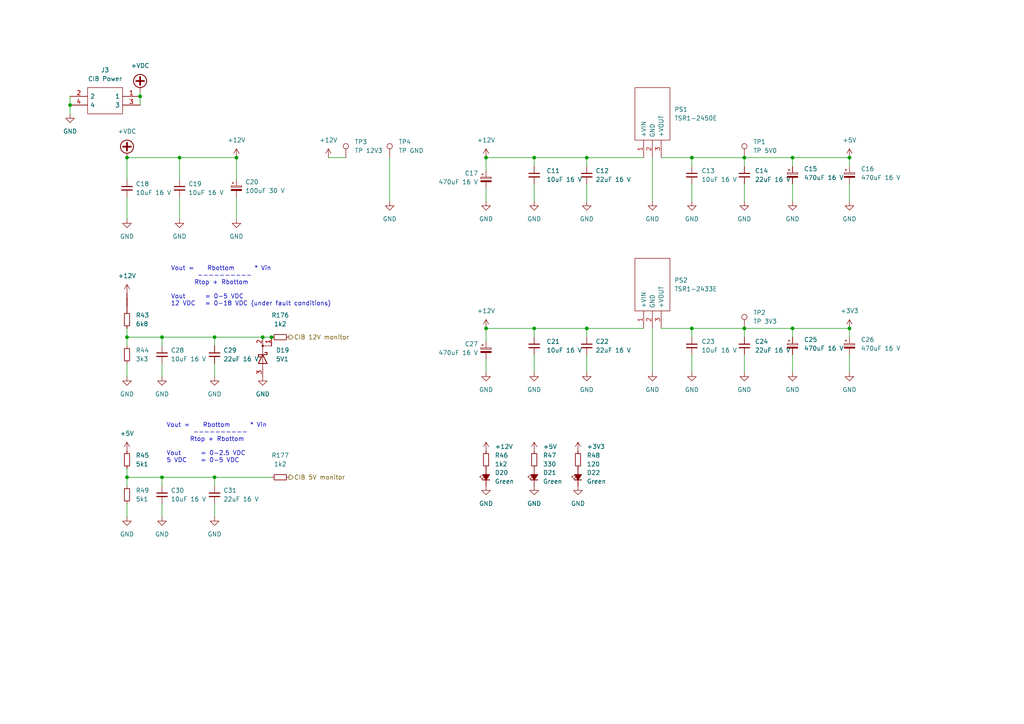
<source format=kicad_sch>
(kicad_sch (version 20211123) (generator eeschema)
  (paper "A4")
  (title_block (title "CIB PCB") (date "2022-05-27") (company "ChargePoint, Inc"))
  (lib_symbols
    (symbol "Component Search Engine:Pluggable Terminal Blocks SDC 2,5{slash} 4-PV-5,0 0-ZB" (pin_names (offset 0.762))
      (property "Reference" "J" (at 16.51 7.62 0))
      (property "Value" "Pluggable Terminal Blocks SDC 2,5{slash} 4-PV-5,0 0-ZB" (at 16.51 5.08 0))
      (symbol "Pluggable Terminal Blocks SDC 2,5{slash} 4-PV-5,0 0-ZB_0_0"
        (pin passive line (at 20.32 0 180) (length 5.08) (name "1") (number "1"))
        (pin passive line (at 0 0 0) (length 5.08) (name "2") (number "2"))
        (pin passive line (at 20.32 -2.54 180) (length 5.08) (name "3") (number "3"))
        (pin passive line (at 0 -2.54 0) (length 5.08) (name "4") (number "4"))
      )
      (symbol "Pluggable Terminal Blocks SDC 2,5{slash} 4-PV-5,0 0-ZB_0_1"
        (polyline (pts (xy 5.08 2.54) (xy 15.24 2.54) (xy 15.24 -5.08) (xy 5.08 -5.08) (xy 5.08 2.54)) (stroke (width 0.1524)))
      )
    )
    (symbol "Component temp:TSR1-2433E" (pin_names (offset 0.762))
      (property "Reference" "PS" (at 21.59 7.62 0))
      (property "Value" "TSR1-2433E" (at 21.59 5.08 0))
      (symbol "TSR1-2433E_0_0"
        (pin passive line (at 0 0 0) (length 5.08) (name "+VIN") (number "1"))
        (pin passive line (at 0 -2.54 0) (length 5.08) (name "GND") (number "2"))
        (pin passive line (at 0 -5.08 0) (length 5.08) (name "+VOUT") (number "3"))
      )
      (symbol "TSR1-2433E_0_1"
        (polyline (pts (xy 5.08 2.54) (xy 20.32 2.54) (xy 20.32 -7.62) (xy 5.08 -7.62) (xy 5.08 2.54)) (stroke (width 0.1524)))
      )
    )
    (symbol "Component temp:TSR1-2450E" (pin_names (offset 0.762))
      (property "Reference" "PS" (at 21.59 7.62 0))
      (property "Value" "TSR1-2450E" (at 21.59 5.08 0))
      (symbol "TSR1-2450E_0_0"
        (pin passive line (at 0 0 0) (length 5.08) (name "+VIN") (number "1"))
        (pin passive line (at 0 -2.54 0) (length 5.08) (name "GND") (number "2"))
        (pin passive line (at 0 -5.08 0) (length 5.08) (name "+VOUT") (number "3"))
      )
      (symbol "TSR1-2450E_0_1"
        (polyline (pts (xy 5.08 2.54) (xy 20.32 2.54) (xy 20.32 -7.62) (xy 5.08 -7.62) (xy 5.08 2.54)) (stroke (width 0.1524)))
      )
    )
    (symbol "Connector:TestPoint" (pin_numbers hide) (pin_names (offset 0.762) hide)
      (property "Reference" "TP" (at 0 6.858 0))
      (property "Value" "TestPoint" (at 0 5.08 0))
      (symbol "TestPoint_0_1"
        (circle (center 0 3.302) (radius 0.762))
      )
      (symbol "TestPoint_1_1"
        (pin passive line (at 0 0 90) (length 2.54) (name "1") (number "1"))
      )
    )
    (symbol "Device:C_Polarized_Small" (pin_numbers hide) (pin_names (offset 0.254) hide)
      (property "Reference" "C" (at 0.254 1.778 0))
      (property "Value" "C_Polarized_Small" (at 0.254 -2.032 0))
      (symbol "C_Polarized_Small_0_1"
        (rectangle (start -1.524 -0.3048) (end 1.524 -0.6858) (fill (type outline)))
        (rectangle (start -1.524 0.6858) (end 1.524 0.3048))
        (polyline (pts (xy -1.27 1.524) (xy -0.762 1.524)))
        (polyline (pts (xy -1.016 1.27) (xy -1.016 1.778)))
      )
      (symbol "C_Polarized_Small_1_1"
        (pin passive line (at 0 2.54 270) (length 1.8542) (name "~") (number "1"))
        (pin passive line (at 0 -2.54 90) (length 1.8542) (name "~") (number "2"))
      )
    )
    (symbol "Device:C_Small" (pin_numbers hide) (pin_names (offset 0.254) hide)
      (property "Reference" "C" (at 0.254 1.778 0))
      (property "Value" "C_Small" (at 0.254 -2.032 0))
      (symbol "C_Small_0_1"
        (polyline (pts (xy -1.524 -0.508) (xy 1.524 -0.508)) (stroke (width 0.3302)))
        (polyline (pts (xy -1.524 0.508) (xy 1.524 0.508)) (stroke (width 0.3048)))
      )
      (symbol "C_Small_1_1"
        (pin passive line (at 0 2.54 270) (length 2.032) (name "~") (number "1"))
        (pin passive line (at 0 -2.54 90) (length 2.032) (name "~") (number "2"))
      )
    )
    (symbol "Device:D_Schottky_KKA" (pin_names (offset 0) hide)
      (property "Reference" "D" (at 0 2.54 0))
      (property "Value" "D_Schottky_KKA" (at 0 -2.54 0))
      (symbol "D_Schottky_KKA_0_1"
        (circle (center -3.81 0) (radius 0.254) (fill (type outline)))
        (polyline (pts (xy -5.08 2.54) (xy -3.81 2.54) (xy -3.81 0) (xy 2.54 0)))
        (polyline (pts (xy 1.27 1.27) (xy 1.27 -1.27) (xy -1.27 0) (xy 1.27 1.27)) (stroke (width 0.254)))
        (polyline (pts (xy -1.905 0.635) (xy -1.905 1.27) (xy -1.27 1.27) (xy -1.27 -1.27) (xy -0.635 -1.27) (xy -0.635 -0.635)) (stroke (width 0.254)))
      )
      (symbol "D_Schottky_KKA_1_1"
        (pin input line (at -6.35 2.54 0) (length 2.54) (name "K") (number "1"))
        (pin passive line (at -6.35 0 0) (length 2.54) (name "K") (number "2"))
        (pin passive line (at 5.08 0 180) (length 2.54) (name "A") (number "3"))
      )
    )
    (symbol "Device:LED_Small_Filled" (pin_numbers hide) (pin_names (offset 0.254) hide)
      (property "Reference" "D" (at -1.27 3.175 0))
      (property "Value" "LED_Small_Filled" (at -4.445 -2.54 0))
      (symbol "LED_Small_Filled_0_1"
        (polyline (pts (xy -0.762 -1.016) (xy -0.762 1.016)) (stroke (width 0.254)))
        (polyline (pts (xy 1.016 0) (xy -0.762 0)))
        (polyline (pts (xy 0.762 -1.016) (xy -0.762 0) (xy 0.762 1.016) (xy 0.762 -1.016)) (stroke (width 0.254)) (fill (type outline)))
        (polyline (pts (xy 0 0.762) (xy -0.508 1.27) (xy -0.254 1.27) (xy -0.508 1.27) (xy -0.508 1.016)))
        (polyline (pts (xy 0.508 1.27) (xy 0 1.778) (xy 0.254 1.778) (xy 0 1.778) (xy 0 1.524)))
      )
      (symbol "LED_Small_Filled_1_1"
        (pin passive line (at -2.54 0 0) (length 1.778) (name "K") (number "1"))
        (pin passive line (at 2.54 0 180) (length 1.778) (name "A") (number "2"))
      )
    )
    (symbol "Device:NetTie_2" (pin_numbers hide) (pin_names (offset 0) hide)
      (property "Reference" "NT" (at 0 1.27 0))
      (property "Value" "NetTie_2" (at 0 -1.27 0))
      (symbol "NetTie_2_0_1"
        (polyline (pts (xy -1.27 0) (xy 1.27 0)) (stroke (width 0.254)))
      )
      (symbol "NetTie_2_1_1"
        (pin passive line (at -2.54 0 0) (length 2.54) (name "1") (number "1"))
        (pin passive line (at 2.54 0 180) (length 2.54) (name "2") (number "2"))
      )
    )
    (symbol "Device:R_Small" (pin_numbers hide) (pin_names (offset 0.254) hide)
      (property "Reference" "R" (at 0.762 0.508 0))
      (property "Value" "R_Small" (at 0.762 -1.016 0))
      (symbol "R_Small_0_1"
        (rectangle (start -0.762 1.778) (end 0.762 -1.778) (stroke (width 0.2032)))
      )
      (symbol "R_Small_1_1"
        (pin passive line (at 0 2.54 270) (length 0.762) (name "~") (number "1"))
        (pin passive line (at 0 -2.54 90) (length 0.762) (name "~") (number "2"))
      )
    )
    (symbol "power:+12V" (power) (pin_names (offset 0))
      (property "Value" "+12V" (at 0 3.556 0))
      (symbol "+12V_0_1"
        (polyline (pts (xy -0.762 1.27) (xy 0 2.54)))
        (polyline (pts (xy 0 0) (xy 0 2.54)))
        (polyline (pts (xy 0 2.54) (xy 0.762 1.27)))
      )
      (symbol "+12V_1_1"
        (pin power_in line (at 0 0 90) (length 0) hide (name "+12V") (number "1"))
      )
    )
    (symbol "power:+3V3" (power) (pin_names (offset 0))
      (property "Value" "+3V3" (at 0 3.556 0))
      (symbol "+3V3_0_1"
        (polyline (pts (xy -0.762 1.27) (xy 0 2.54)))
        (polyline (pts (xy 0 0) (xy 0 2.54)))
        (polyline (pts (xy 0 2.54) (xy 0.762 1.27)))
      )
      (symbol "+3V3_1_1"
        (pin power_in line (at 0 0 90) (length 0) hide (name "+3V3") (number "1"))
      )
    )
    (symbol "power:+5V" (power) (pin_names (offset 0))
      (property "Value" "+5V" (at 0 3.556 0))
      (symbol "+5V_0_1"
        (polyline (pts (xy -0.762 1.27) (xy 0 2.54)))
        (polyline (pts (xy 0 0) (xy 0 2.54)))
        (polyline (pts (xy 0 2.54) (xy 0.762 1.27)))
      )
      (symbol "+5V_1_1"
        (pin power_in line (at 0 0 90) (length 0) hide (name "+5V") (number "1"))
      )
    )
    (symbol "power:+VDC" (power) (pin_names (offset 0))
      (property "Value" "+VDC" (at 0 6.35 0))
      (symbol "+VDC_0_1"
        (polyline (pts (xy -1.143 3.175) (xy 1.143 3.175)) (stroke (width 0.508)))
        (polyline (pts (xy 0 0) (xy 0 1.27)))
        (polyline (pts (xy 0 2.032) (xy 0 4.318)) (stroke (width 0.508)))
        (circle (center 0 3.175) (radius 1.905) (stroke (width 0.254)))
      )
      (symbol "+VDC_1_1"
        (pin power_in line (at 0 0 90) (length 0) hide (name "+VDC") (number "1"))
      )
    )
    (symbol "power:GND" (power) (pin_names (offset 0))
      (property "Value" "GND" (at 0 -3.81 0))
      (symbol "GND_0_1"
        (polyline (pts (xy 0 0) (xy 0 -1.27) (xy 1.27 -1.27) (xy 0 -2.54) (xy -1.27 -1.27) (xy 0 -1.27)))
      )
      (symbol "GND_1_1"
        (pin power_in line (at 0 0 270) (length 0) hide (name "GND") (number "1"))
      )
    )
  )
  (junction (at 20.32 30.48))
  (junction (at 200.66 45.72))
  (junction (at 68.58 45.72))
  (junction (at 170.18 95.25))
  (junction (at 200.66 95.25))
  (junction (at 62.23 138.43))
  (junction (at 140.97 45.72))
  (junction (at 229.87 95.25))
  (junction (at 46.99 138.43))
  (junction (at 40.64 27.94))
  (junction (at 154.94 45.72))
  (junction (at 170.18 45.72))
  (junction (at 215.9 45.72))
  (junction (at 246.38 45.72))
  (junction (at 36.83 97.79))
  (junction (at 62.23 97.79))
  (junction (at 78.74 97.79))
  (junction (at 46.99 97.79))
  (junction (at 36.83 138.43))
  (junction (at 229.87 45.72))
  (junction (at 140.97 95.25))
  (junction (at 36.83 45.72))
  (junction (at 76.2 97.79))
  (junction (at 52.07 45.72))
  (junction (at 154.94 95.25))
  (junction (at 246.38 95.25))
  (junction (at 215.9 95.25))
  (wire (pts (xy 170.18 48.26) (xy 170.18 45.72)))
  (wire (pts (xy 76.2 97.79) (xy 78.74 97.79)))
  (wire (pts (xy 46.99 140.97) (xy 46.99 138.43)))
  (wire (pts (xy 215.9 102.87) (xy 215.9 107.95)))
  (wire (pts (xy 140.97 49.53) (xy 140.97 45.72)))
  (wire (pts (xy 215.9 97.79) (xy 215.9 95.25)))
  (wire (pts (xy 191.77 45.72) (xy 200.66 45.72)))
  (wire (pts (xy 140.97 54.61) (xy 140.97 58.42)))
  (wire (pts (xy 170.18 95.25) (xy 186.69 95.25)))
  (wire (pts (xy 246.38 48.26) (xy 246.38 45.72)))
  (wire (pts (xy 20.32 27.94) (xy 20.32 30.48)))
  (wire (pts (xy 154.94 102.87) (xy 154.94 107.95)))
  (wire (pts (xy 200.66 48.26) (xy 200.66 45.72)))
  (wire (pts (xy 215.9 53.34) (xy 215.9 58.42)))
  (wire (pts (xy 46.99 105.41) (xy 46.99 109.22)))
  (wire (pts (xy 95.25 45.72) (xy 100.33 45.72)))
  (wire (pts (xy 140.97 99.06) (xy 140.97 95.25)))
  (wire (pts (xy 68.58 45.72) (xy 68.58 52.07)))
  (wire (pts (xy 229.87 95.25) (xy 229.87 97.79)))
  (wire (pts (xy 229.87 53.34) (xy 229.87 58.42)))
  (wire (pts (xy 46.99 97.79) (xy 62.23 97.79)))
  (wire (pts (xy 140.97 95.25) (xy 154.94 95.25)))
  (wire (pts (xy 189.23 45.72) (xy 189.23 58.42)))
  (wire (pts (xy 200.66 97.79) (xy 200.66 95.25)))
  (wire (pts (xy 52.07 57.15) (xy 52.07 63.5)))
  (wire (pts (xy 20.32 30.48) (xy 20.32 33.02)))
  (wire (pts (xy 215.9 45.72) (xy 229.87 45.72)))
  (wire (pts (xy 154.94 45.72) (xy 170.18 45.72)))
  (wire (pts (xy 36.83 138.43) (xy 36.83 140.97)))
  (wire (pts (xy 170.18 53.34) (xy 170.18 58.42)))
  (wire (pts (xy 154.94 97.79) (xy 154.94 95.25)))
  (wire (pts (xy 46.99 138.43) (xy 62.23 138.43)))
  (wire (pts (xy 36.83 135.89) (xy 36.83 138.43)))
  (wire (pts (xy 154.94 53.34) (xy 154.94 58.42)))
  (wire (pts (xy 246.38 53.34) (xy 246.38 58.42)))
  (wire (pts (xy 113.03 45.72) (xy 113.03 58.42)))
  (wire (pts (xy 52.07 45.72) (xy 68.58 45.72)))
  (wire (pts (xy 200.66 95.25) (xy 215.9 95.25)))
  (wire (pts (xy 191.77 95.25) (xy 200.66 95.25)))
  (wire (pts (xy 36.83 45.72) (xy 36.83 52.07)))
  (wire (pts (xy 36.83 105.41) (xy 36.83 109.22)))
  (wire (pts (xy 154.94 95.25) (xy 170.18 95.25)))
  (wire (pts (xy 68.58 57.15) (xy 68.58 63.5)))
  (wire (pts (xy 62.23 138.43) (xy 78.74 138.43)))
  (wire (pts (xy 36.83 95.25) (xy 36.83 97.79)))
  (wire (pts (xy 170.18 45.72) (xy 186.69 45.72)))
  (wire (pts (xy 154.94 48.26) (xy 154.94 45.72)))
  (wire (pts (xy 246.38 102.87) (xy 246.38 107.95)))
  (wire (pts (xy 229.87 45.72) (xy 229.87 48.26)))
  (wire (pts (xy 189.23 95.25) (xy 189.23 107.95)))
  (wire (pts (xy 215.9 48.26) (xy 215.9 45.72)))
  (wire (pts (xy 200.66 53.34) (xy 200.66 58.42)))
  (wire (pts (xy 36.83 97.79) (xy 36.83 100.33)))
  (wire (pts (xy 36.83 45.72) (xy 52.07 45.72)))
  (wire (pts (xy 200.66 45.72) (xy 215.9 45.72)))
  (wire (pts (xy 229.87 95.25) (xy 246.38 95.25)))
  (wire (pts (xy 62.23 146.05) (xy 62.23 149.86)))
  (wire (pts (xy 46.99 146.05) (xy 46.99 149.86)))
  (wire (pts (xy 170.18 97.79) (xy 170.18 95.25)))
  (wire (pts (xy 40.64 27.94) (xy 40.64 26.67)))
  (wire (pts (xy 62.23 140.97) (xy 62.23 138.43)))
  (wire (pts (xy 52.07 45.72) (xy 52.07 52.07)))
  (wire (pts (xy 140.97 45.72) (xy 154.94 45.72)))
  (wire (pts (xy 40.64 27.94) (xy 40.64 30.48)))
  (wire (pts (xy 229.87 102.87) (xy 229.87 107.95)))
  (wire (pts (xy 46.99 100.33) (xy 46.99 97.79)))
  (wire (pts (xy 36.83 57.15) (xy 36.83 63.5)))
  (wire (pts (xy 62.23 105.41) (xy 62.23 109.22)))
  (wire (pts (xy 36.83 138.43) (xy 46.99 138.43)))
  (wire (pts (xy 140.97 104.14) (xy 140.97 107.95)))
  (wire (pts (xy 76.2 97.79) (xy 76.2 100.33)))
  (wire (pts (xy 36.83 97.79) (xy 46.99 97.79)))
  (wire (pts (xy 229.87 45.72) (xy 246.38 45.72)))
  (wire (pts (xy 62.23 100.33) (xy 62.23 97.79)))
  (wire (pts (xy 200.66 102.87) (xy 200.66 107.95)))
  (wire (pts (xy 36.83 146.05) (xy 36.83 149.86)))
  (wire (pts (xy 246.38 97.79) (xy 246.38 95.25)))
  (wire (pts (xy 170.18 102.87) (xy 170.18 107.95)))
  (wire (pts (xy 62.23 97.79) (xy 76.2 97.79)))
  (wire (pts (xy 215.9 95.25) (xy 229.87 95.25)))
  (text "Vout =    Rbottom      * Vin\n	   ----------\n       Rtop + Rbottom\n\nVout	= 0-5 VDC\n12 VDC	= 0-18 VDC (under fault conditions)" (at 49.53 88.9 0) (effects (font (size 1.27 1.27)) (justify left bottom)))
  (text "Vout =    Rbottom      * Vin\n	   ----------\n       Rtop + Rbottom\n\nVout	= 0-2.5 VDC\n5 VDC	= 0-5 VDC" (at 48.26 134.366 0) (effects (font (size 1.27 1.27)) (justify left bottom)))
  (hierarchical_label "CIB 12V monitor" (shape output) (at 83.82 97.79 0))
  (hierarchical_label "CIB 5V monitor" (shape output) (at 83.82 138.43 0))
  (symbol (lib_id "Device:LED_Small_Filled") (at 154.94 138.43 90) (unit 1)
    (property "Reference" "D21" (at 157.48 137.0964 90) (effects (justify right)))
    (property "Value" "Green" (at 157.48 139.6364 90) (effects (justify right)))
    (property "Footprint" "Diode_SMD:D_1206_3216Metric_Pad1.42x1.75mm_HandSolder" (effects hide))
    (property "Datasheet" "https://www.we-online.com/katalog/datasheet/150080VS75000.pdf" (effects hide))
    (property "DigiKey #" "732-4993-1-ND" (effects hide))
    (property "Manufacturer #" "150120VS75000" (effects hide))
    (property "Manufacturer" "Würth Elektronik" (effects hide))
    (property "RS #" "8154237P" (effects hide))
    (property "Description" "Green 570nm LED Indication - Discrete 2V 1206 (3216 Metric)" (effects hide))
  )
  (symbol (lib_id "power:GND") (at 189.23 58.42 0) (unit 1)
    (property "Reference" "#PWR099" (effects hide))
    (property "Value" "GND" (at 189.23 63.5 0))
  )
  (symbol (lib_id "Device:C_Polarized_Small") (at 246.38 50.8 0) (unit 1)
    (property "Reference" "C16" (at 249.682 48.9838 0) (effects (justify left)))
    (property "Value" "470uF 16 V" (at 249.682 51.5238 0) (effects (justify left)))
    (property "Footprint" "Capacitor_SMD:C_Elec_8x10.2" (effects hide))
    (property "Datasheet" "https://www.we-online.com/katalog/datasheet/865060353009.pdf" (effects hide))
    (property "DigiKey #" "732-8526-1-ND" (effects hide))
    (property "Manufacturer" "Würth Elektronik" (effects hide))
    (property "Manufacturer #" "865060353009" (effects hide))
    (property "Description" "470 µF 16 V Aluminum Electrolytic Capacitors Radial, Can - SMD 5000 Hrs @ 105°C" (effects hide))
    (property "DigiKey Price/Stock" "https://www.digikey.co.uk/en/products/detail/w%C3%BCrth-elektronik/865060353009/5728121?s=N4IgTCBcDaIOwGYwFoAcBWMA2ZBGZAcgCIgC6AvkA" (effects hide))
  )
  (symbol (lib_id "power:GND") (at 170.18 58.42 0) (unit 1)
    (property "Reference" "#PWR098" (effects hide))
    (property "Value" "GND" (at 170.18 63.5 0))
  )
  (symbol (lib_id "Device:C_Polarized_Small") (at 140.97 101.6 0) (unit 1)
    (property "Reference" "C27" (at 138.684 99.7838 0) (effects (justify right)))
    (property "Value" "470uF 16 V" (at 138.684 102.3238 0) (effects (justify right)))
    (property "Footprint" "Capacitor_SMD:C_Elec_8x10.2" (effects hide))
    (property "Datasheet" "https://www.we-online.com/katalog/datasheet/865060353009.pdf" (effects hide))
    (property "DigiKey #" "732-8526-1-ND" (effects hide))
    (property "Manufacturer" "Würth Elektronik" (effects hide))
    (property "Manufacturer #" "865060353009" (effects hide))
    (property "Description" "470 µF 16 V Aluminum Electrolytic Capacitors Radial, Can - SMD 5000 Hrs @ 105°C" (effects hide))
    (property "DigiKey Price/Stock" "https://www.digikey.co.uk/en/products/detail/w%C3%BCrth-elektronik/865060353009/5728121?s=N4IgTCBcDaIOwGYwFoAcBWMA2ZBGZAcgCIgC6AvkA" (effects hide))
  )
  (symbol (lib_id "Device:C_Small") (at 154.94 100.33 0) (unit 1)
    (property "Reference" "C21" (at 158.496 99.0662 0) (effects (justify left)))
    (property "Value" "10uF 16 V" (at 158.496 101.6062 0) (effects (justify left)))
    (property "Footprint" "Capacitor_SMD:C_1206_3216Metric_Pad1.33x1.80mm_HandSolder" (effects hide))
    (property "Datasheet" "https://media.digikey.com/pdf/Data%20Sheets/Samsung%20PDFs/CL31B106KOHNNNE_Spec.pdf" (effects hide))
    (property "Manufacturer #" "CL31A106KOHNNNE" (effects hide))
    (property "DigiKey #" "1276-1137-1-ND" (effects hide))
    (property "Manufacturer" "Samsung Electro-Mechanics" (effects hide))
    (property "Description" "10 µF ±10% 16V Ceramic Capacitor X5R 1206 (3216 Metric)" (effects hide))
    (property "DigiKey Price/Stock" "https://www.digikey.co.uk/en/products/detail/samsung-electro-mechanics/CL31A106KOHNNNE/3886795?s=N4IgTCBcDaIIxgOwDYC0c4GZHtQOQBEQBdAXyA" (effects hide))
  )
  (symbol (lib_id "power:GND") (at 215.9 58.42 0) (unit 1)
    (property "Reference" "#PWR0101" (effects hide))
    (property "Value" "GND" (at 215.9 63.5 0))
  )
  (symbol (lib_id "power:+12V") (at 140.97 45.72 0) (unit 1)
    (property "Reference" "#PWR094" (effects hide))
    (property "Value" "+12V" (at 140.97 40.64 0))
  )
  (symbol (lib_id "Device:C_Small") (at 170.18 100.33 0) (unit 1)
    (property "Reference" "C22" (at 172.72 99.0662 0) (effects (justify left)))
    (property "Value" "22uF 16 V" (at 172.72 101.6062 0) (effects (justify left)))
    (property "Footprint" "Capacitor_SMD:C_1206_3216Metric_Pad1.33x1.80mm_HandSolder" (effects hide))
    (property "Datasheet" "https://www.we-online.com/katalog/datasheet/885012108018.pdf" (effects hide))
    (property "Manufacturer #" "885012108018" (effects hide))
    (property "DigiKey #" "732-7642-1-ND" (effects hide))
    (property "Manufacturer" "Würth Elektronik" (effects hide))
    (property "Description" "22 µF ±20% 16V Ceramic Capacitor X5R 1206 (3216 Metric)" (effects hide))
    (property "DigiKey Price/Stock" "https://www.digikey.co.uk/en/products/detail/w%C3%BCrth-elektronik/885012108018/5453497?s=N4IgTCBcDaIOwGYwFo4DYAsKCMyByAIiALoC%2BQA" (effects hide))
  )
  (symbol (lib_id "power:GND") (at 62.23 109.22 0) (unit 1)
    (property "Reference" "#PWR0120" (effects hide))
    (property "Value" "GND" (at 62.23 114.3 0))
  )
  (symbol (lib_id "power:GND") (at 20.32 33.02 0) (unit 1)
    (property "Reference" "#PWR0408" (effects hide))
    (property "Value" "GND" (at 20.32 38.1 0))
  )
  (symbol (lib_id "power:+5V") (at 154.94 130.81 0) (unit 1)
    (property "Reference" "#PWR0124" (effects hide))
    (property "Value" "+5V" (at 157.48 129.5399 0) (effects (justify left)))
  )
  (symbol (lib_id "Device:C_Polarized_Small") (at 229.87 50.8 0) (unit 1)
    (property "Reference" "C15" (at 233.172 48.9838 0) (effects (justify left)))
    (property "Value" "470uF 16 V" (at 233.172 51.5238 0) (effects (justify left)))
    (property "Footprint" "Capacitor_SMD:C_Elec_8x10.2" (effects hide))
    (property "Datasheet" "https://www.we-online.com/katalog/datasheet/865060353009.pdf" (effects hide))
    (property "DigiKey #" "732-8526-1-ND" (effects hide))
    (property "Manufacturer" "Würth Elektronik" (effects hide))
    (property "Manufacturer #" "865060353009" (effects hide))
    (property "Description" "470 µF 16 V Aluminum Electrolytic Capacitors Radial, Can - SMD 5000 Hrs @ 105°C" (effects hide))
    (property "DigiKey Price/Stock" "https://www.digikey.co.uk/en/products/detail/w%C3%BCrth-elektronik/865060353009/5728121?s=N4IgTCBcDaIOwGYwFoAcBWMA2ZBGZAcgCIgC6AvkA" (effects hide))
  )
  (symbol (lib_id "Device:C_Polarized_Small") (at 140.97 52.07 0) (unit 1)
    (property "Reference" "C17" (at 138.684 50.2538 0) (effects (justify right)))
    (property "Value" "470uF 16 V" (at 138.684 52.7938 0) (effects (justify right)))
    (property "Footprint" "Capacitor_SMD:C_Elec_8x10.2" (effects hide))
    (property "Datasheet" "https://www.we-online.com/katalog/datasheet/865060353009.pdf" (effects hide))
    (property "DigiKey #" "732-8526-1-ND" (effects hide))
    (property "Manufacturer" "Würth Elektronik" (effects hide))
    (property "Manufacturer #" "865060353009" (effects hide))
    (property "Description" "470 µF 16 V Aluminum Electrolytic Capacitors Radial, Can - SMD 5000 Hrs @ 105°C" (effects hide))
    (property "DigiKey Price/Stock" "https://www.digikey.co.uk/en/products/detail/w%C3%BCrth-elektronik/865060353009/5728121?s=N4IgTCBcDaIOwGYwFoAcBWMA2ZBGZAcgCIgC6AvkA" (effects hide))
  )
  (symbol (lib_id "Device:C_Polarized_Small") (at 246.38 100.33 0) (unit 1)
    (property "Reference" "C26" (at 249.682 98.5138 0) (effects (justify left)))
    (property "Value" "470uF 16 V" (at 249.682 101.0538 0) (effects (justify left)))
    (property "Footprint" "Capacitor_SMD:C_Elec_8x10.2" (effects hide))
    (property "Datasheet" "https://www.we-online.com/katalog/datasheet/865060353009.pdf" (effects hide))
    (property "DigiKey #" "732-8526-1-ND" (effects hide))
    (property "Manufacturer" "Würth Elektronik" (effects hide))
    (property "Manufacturer #" "865060353009" (effects hide))
    (property "Description" "470 µF 16 V Aluminum Electrolytic Capacitors Radial, Can - SMD 5000 Hrs @ 105°C" (effects hide))
    (property "DigiKey Price/Stock" "https://www.digikey.co.uk/en/products/detail/w%C3%BCrth-elektronik/865060353009/5728121?s=N4IgTCBcDaIOwGYwFoAcBWMA2ZBGZAcgCIgC6AvkA" (effects hide))
  )
  (symbol (lib_id "power:GND") (at 76.2 109.22 0) (unit 1)
    (property "Reference" "#PWR0121" (effects hide))
    (property "Value" "GND" (at 76.2 114.3 0))
  )
  (symbol (lib_id "power:GND") (at 36.83 109.22 0) (unit 1)
    (property "Reference" "#PWR0118" (effects hide))
    (property "Value" "GND" (at 36.83 114.3 0))
  )
  (symbol (lib_id "Device:R_Small") (at 167.64 133.35 0) (unit 1)
    (property "Reference" "R48" (at 170.18 132.0799 0) (effects (justify left)))
    (property "Value" "120" (at 170.18 134.6199 0) (effects (justify left)))
    (property "Footprint" "Resistor_SMD:R_1206_3216Metric_Pad1.30x1.75mm_HandSolder" (effects hide))
    (property "Datasheet" "https://industrial.panasonic.com/ww/products/pt/general-purpose-chip-resistors/models/ERJ6GEYJ681V" (effects hide))
    (property "Manufacturer" "Panasonic Electronics Company" (effects hide))
  )
  (symbol (lib_id "Connector:TestPoint") (at 215.9 95.25 0) (unit 1)
    (property "Reference" "TP2" (at 218.44 90.6779 0) (effects (justify left)))
    (property "Value" "TP 3V3" (at 218.44 93.2179 0) (effects (justify left)))
    (property "Footprint" "TestPoint:TestPoint_Pad_D2.0mm" (effects hide))
  )
  (symbol (lib_id "power:GND") (at 229.87 107.95 0) (unit 1)
    (property "Reference" "#PWR0116" (effects hide))
    (property "Value" "GND" (at 229.87 113.03 0))
  )
  (symbol (lib_id "Component temp:TSR1-2433E") (at 186.69 95.25 90) (unit 1)
    (property "Reference" "PS2" (at 195.58 81.2799 90) (effects (justify right)))
    (property "Value" "TSR1-2433E" (at 195.58 83.8199 90) (effects (justify right)))
    (property "Footprint" "Component Search Engine:TSR12433E" (effects hide))
    (property "Datasheet" "https://www.tracopower.com/sites/default/files/products/datasheets/tsr1e_datasheet.pdf" (effects hide))
    (property "Description" "Non-Isolated PoL Module DC DC Converter 1 Output 3.3V 1A 6V - 36V Input" (effects hide))
    (property "Height" "10.7" (effects hide))
    (property "Manufacturer_Name" "Traco Power" (effects hide))
    (property "Manufacturer_Part_Number" "TSR1-2433E" (effects hide))
    (property "Digikey Part Number" "1951-TSR1-2433E-ND" (effects hide))
  )
  (symbol (lib_id "Device:C_Polarized_Small") (at 229.87 100.33 0) (unit 1)
    (property "Reference" "C25" (at 233.172 98.5138 0) (effects (justify left)))
    (property "Value" "470uF 16 V" (at 233.172 101.0538 0) (effects (justify left)))
    (property "Footprint" "Capacitor_SMD:C_Elec_8x10.2" (effects hide))
    (property "Datasheet" "https://www.we-online.com/katalog/datasheet/865060353009.pdf" (effects hide))
    (property "DigiKey #" "732-8526-1-ND" (effects hide))
    (property "Manufacturer" "Würth Elektronik" (effects hide))
    (property "Manufacturer #" "865060353009" (effects hide))
    (property "Description" "470 µF 16 V Aluminum Electrolytic Capacitors Radial, Can - SMD 5000 Hrs @ 105°C" (effects hide))
    (property "DigiKey Price/Stock" "https://www.digikey.co.uk/en/products/detail/w%C3%BCrth-elektronik/865060353009/5728121?s=N4IgTCBcDaIOwGYwFoAcBWMA2ZBGZAcgCIgC6AvkA" (effects hide))
  )
  (symbol (lib_id "power:GND") (at 46.99 149.86 0) (unit 1)
    (property "Reference" "#PWR0130" (effects hide))
    (property "Value" "GND" (at 46.99 154.94 0))
  )
  (symbol (lib_id "Connector:TestPoint") (at 113.03 45.72 0) (unit 1)
    (property "Reference" "TP4" (at 115.57 41.1479 0) (effects (justify left)))
    (property "Value" "TP GND" (at 115.57 43.6879 0) (effects (justify left)))
    (property "Footprint" "TestPoint:TestPoint_Pad_D2.0mm" (effects hide))
  )
  (symbol (lib_id "Device:C_Small") (at 46.99 102.87 0) (unit 1)
    (property "Reference" "C28" (at 49.53 101.6062 0) (effects (justify left)))
    (property "Value" "10uF 16 V" (at 49.53 104.1462 0) (effects (justify left)))
    (property "Footprint" "Capacitor_SMD:C_1206_3216Metric_Pad1.33x1.80mm_HandSolder" (effects hide))
    (property "Datasheet" "https://media.digikey.com/pdf/Data%20Sheets/Samsung%20PDFs/CL31B106KOHNNNE_Spec.pdf" (effects hide))
    (property "Manufacturer #" "CL31A106KOHNNNE" (effects hide))
    (property "DigiKey #" "1276-1137-1-ND" (effects hide))
    (property "Manufacturer" "Samsung Electro-Mechanics" (effects hide))
    (property "Description" "10 µF ±10% 16V Ceramic Capacitor X5R 1206 (3216 Metric)" (effects hide))
    (property "DigiKey Price/Stock" "https://www.digikey.co.uk/en/products/detail/samsung-electro-mechanics/CL31A106KOHNNNE/3886795?s=N4IgTCBcDaIIxgOwDYC0c4GZHtQOQBEQBdAXyA" (effects hide))
  )
  (symbol (lib_id "power:+3V3") (at 167.64 130.81 0) (unit 1)
    (property "Reference" "#PWR0125" (effects hide))
    (property "Value" "+3V3" (at 170.18 129.5399 0) (effects (justify left)))
  )
  (symbol (lib_id "Device:C_Small") (at 200.66 50.8 0) (unit 1)
    (property "Reference" "C13" (at 203.454 49.5362 0) (effects (justify left)))
    (property "Value" "10uF 16 V" (at 203.454 52.0762 0) (effects (justify left)))
    (property "Footprint" "Capacitor_SMD:C_1206_3216Metric_Pad1.33x1.80mm_HandSolder" (effects hide))
    (property "Datasheet" "https://media.digikey.com/pdf/Data%20Sheets/Samsung%20PDFs/CL31B106KOHNNNE_Spec.pdf" (effects hide))
    (property "Manufacturer #" "CL31A106KOHNNNE" (effects hide))
    (property "DigiKey #" "1276-1137-1-ND" (effects hide))
    (property "Manufacturer" "Samsung Electro-Mechanics" (effects hide))
    (property "Description" "10 µF ±10% 16V Ceramic Capacitor X5R 1206 (3216 Metric)" (effects hide))
    (property "DigiKey Price/Stock" "https://www.digikey.co.uk/en/products/detail/samsung-electro-mechanics/CL31A106KOHNNNE/3886795?s=N4IgTCBcDaIIxgOwDYC0c4GZHtQOQBEQBdAXyA" (effects hide))
  )
  (symbol (lib_id "power:+5V") (at 36.83 130.81 0) (unit 1)
    (property "Reference" "#PWR0122" (effects hide))
    (property "Value" "+5V" (at 36.83 125.73 0))
  )
  (symbol (lib_id "power:+VDC") (at 40.64 26.67 0) (unit 1)
    (property "Reference" "#PWR0407" (effects hide))
    (property "Value" "+VDC" (at 40.64 19.05 0))
  )
  (symbol (lib_id "power:GND") (at 140.97 107.95 0) (unit 1)
    (property "Reference" "#PWR0110" (effects hide))
    (property "Value" "GND" (at 140.97 113.03 0))
  )
  (symbol (lib_id "power:GND") (at 154.94 58.42 0) (unit 1)
    (property "Reference" "#PWR097" (effects hide))
    (property "Value" "GND" (at 154.94 63.5 0))
  )
  (symbol (lib_id "power:GND") (at 246.38 107.95 0) (unit 1)
    (property "Reference" "#PWR0117" (effects hide))
    (property "Value" "GND" (at 246.38 113.03 0))
  )
  (symbol (lib_id "Device:C_Small") (at 62.23 143.51 0) (unit 1)
    (property "Reference" "C31" (at 64.77 142.2462 0) (effects (justify left)))
    (property "Value" "22uF 16 V" (at 64.77 144.7862 0) (effects (justify left)))
    (property "Footprint" "Capacitor_SMD:C_1206_3216Metric_Pad1.33x1.80mm_HandSolder" (effects hide))
    (property "Datasheet" "https://www.we-online.com/katalog/datasheet/885012108018.pdf" (effects hide))
    (property "Manufacturer #" "885012108018" (effects hide))
    (property "DigiKey #" "732-7642-1-ND" (effects hide))
    (property "Manufacturer" "Würth Elektronik" (effects hide))
    (property "Description" "22 µF ±20% 16V Ceramic Capacitor X5R 1206 (3216 Metric)" (effects hide))
    (property "DigiKey Price/Stock" "https://www.digikey.co.uk/en/products/detail/w%C3%BCrth-elektronik/885012108018/5453497?s=N4IgTCBcDaIOwGYwFo4DYAsKCMyByAIiALoC%2BQA" (effects hide))
  )
  (symbol (lib_id "Device:LED_Small_Filled") (at 167.64 138.43 90) (unit 1)
    (property "Reference" "D22" (at 170.18 137.0964 90) (effects (justify right)))
    (property "Value" "Green" (at 170.18 139.6364 90) (effects (justify right)))
    (property "Footprint" "Diode_SMD:D_1206_3216Metric_Pad1.42x1.75mm_HandSolder" (effects hide))
    (property "Datasheet" "https://www.we-online.com/katalog/datasheet/150080VS75000.pdf" (effects hide))
    (property "DigiKey #" "732-4993-1-ND" (effects hide))
    (property "Manufacturer #" "150120VS75000" (effects hide))
    (property "Manufacturer" "Würth Elektronik" (effects hide))
    (property "RS #" "8154237P" (effects hide))
    (property "Description" "Green 570nm LED Indication - Discrete 2V 1206 (3216 Metric)" (effects hide))
  )
  (symbol (lib_id "power:GND") (at 200.66 58.42 0) (unit 1)
    (property "Reference" "#PWR0100" (effects hide))
    (property "Value" "GND" (at 200.66 63.5 0))
  )
  (symbol (lib_id "Device:R_Small") (at 81.28 138.43 90) (unit 1)
    (property "Reference" "R177" (at 81.28 132.08 90))
    (property "Value" "1k2" (at 81.28 134.62 90))
    (property "Footprint" "Resistor_SMD:R_1206_3216Metric_Pad1.30x1.75mm_HandSolder" (effects hide))
    (property "Datasheet" "https://industrial.panasonic.com/ww/products/pt/general-purpose-chip-resistors/models/ERJ6GEYJ681V" (effects hide))
    (property "DigiKey #" "P2.0KACT-ND" (effects hide))
    (property "Manufacturer #" "ERJ-6GEYJ202V" (effects hide))
    (property "Manufacturer" "Panasonic Electronics Company" (effects hide))
    (property "Farnell #" "2057707" (effects hide))
  )
  (symbol (lib_id "power:GND") (at 170.18 107.95 0) (unit 1)
    (property "Reference" "#PWR0112" (effects hide))
    (property "Value" "GND" (at 170.18 113.03 0))
  )
  (symbol (lib_id "Device:C_Small") (at 170.18 50.8 0) (unit 1)
    (property "Reference" "C12" (at 172.72 49.5362 0) (effects (justify left)))
    (property "Value" "22uF 16 V" (at 172.72 52.0762 0) (effects (justify left)))
    (property "Footprint" "Capacitor_SMD:C_1206_3216Metric_Pad1.33x1.80mm_HandSolder" (effects hide))
    (property "Datasheet" "https://www.we-online.com/katalog/datasheet/885012108018.pdf" (effects hide))
    (property "Manufacturer #" "885012108018" (effects hide))
    (property "DigiKey #" "732-7642-1-ND" (effects hide))
    (property "Manufacturer" "Würth Elektronik" (effects hide))
    (property "Description" "22 µF ±20% 16V Ceramic Capacitor X5R 1206 (3216 Metric)" (effects hide))
    (property "DigiKey Price/Stock" "https://www.digikey.co.uk/en/products/detail/w%C3%BCrth-elektronik/885012108018/5453497?s=N4IgTCBcDaIOwGYwFo4DYAsKCMyByAIiALoC%2BQA" (effects hide))
  )
  (symbol (lib_id "Device:C_Small") (at 46.99 143.51 0) (unit 1)
    (property "Reference" "C30" (at 49.53 142.2462 0) (effects (justify left)))
    (property "Value" "10uF 16 V" (at 49.53 144.7862 0) (effects (justify left)))
    (property "Footprint" "Capacitor_SMD:C_1206_3216Metric_Pad1.33x1.80mm_HandSolder" (effects hide))
    (property "Datasheet" "https://media.digikey.com/pdf/Data%20Sheets/Samsung%20PDFs/CL31B106KOHNNNE_Spec.pdf" (effects hide))
    (property "Manufacturer #" "CL31A106KOHNNNE" (effects hide))
    (property "DigiKey #" "1276-1137-1-ND" (effects hide))
    (property "Manufacturer" "Samsung Electro-Mechanics" (effects hide))
    (property "Description" "10 µF ±10% 16V Ceramic Capacitor X5R 1206 (3216 Metric)" (effects hide))
    (property "DigiKey Price/Stock" "https://www.digikey.co.uk/en/products/detail/samsung-electro-mechanics/CL31A106KOHNNNE/3886795?s=N4IgTCBcDaIIxgOwDYC0c4GZHtQOQBEQBdAXyA" (effects hide))
  )
  (symbol (lib_id "power:GND") (at 154.94 107.95 0) (unit 1)
    (property "Reference" "#PWR0111" (effects hide))
    (property "Value" "GND" (at 154.94 113.03 0))
  )
  (symbol (lib_id "power:GND") (at 140.97 58.42 0) (unit 1)
    (property "Reference" "#PWR096" (effects hide))
    (property "Value" "GND" (at 140.97 63.5 0))
  )
  (symbol (lib_id "power:+5V") (at 246.38 45.72 0) (unit 1)
    (property "Reference" "#PWR095" (effects hide))
    (property "Value" "+5V" (at 246.38 40.64 0))
  )
  (symbol (lib_id "power:GND") (at 62.23 149.86 0) (unit 1)
    (property "Reference" "#PWR0131" (effects hide))
    (property "Value" "GND" (at 62.23 154.94 0))
  )
  (symbol (lib_id "Device:R_Small") (at 140.97 133.35 0) (unit 1)
    (property "Reference" "R46" (at 143.51 132.0799 0) (effects (justify left)))
    (property "Value" "1k2" (at 143.51 134.6199 0) (effects (justify left)))
    (property "Footprint" "Resistor_SMD:R_1206_3216Metric_Pad1.30x1.75mm_HandSolder" (effects hide))
    (property "Datasheet" "https://industrial.panasonic.com/ww/products/pt/general-purpose-chip-resistors/models/ERJ6GEYJ681V" (effects hide))
    (property "Manufacturer" "Panasonic Electronics Company" (effects hide))
  )
  (symbol (lib_id "power:GND") (at 229.87 58.42 0) (unit 1)
    (property "Reference" "#PWR0102" (effects hide))
    (property "Value" "GND" (at 229.87 63.5 0))
  )
  (symbol (lib_id "power:GND") (at 215.9 107.95 0) (unit 1)
    (property "Reference" "#PWR0115" (effects hide))
    (property "Value" "GND" (at 215.9 113.03 0))
  )
  (symbol (lib_id "power:GND") (at 46.99 109.22 0) (unit 1)
    (property "Reference" "#PWR0119" (effects hide))
    (property "Value" "GND" (at 46.99 114.3 0))
  )
  (symbol (lib_id "Device:NetTie_2") (at 36.83 87.63 90) (unit 1)
    (property "Reference" "NT15" (effects hide))
    (property "Value" "NetTie_2" (effects hide))
    (property "Footprint" "NetTie:NetTie-2_SMD_Pad0.5mm" (effects hide))
  )
  (symbol (lib_id "Device:C_Small") (at 36.83 54.61 0) (unit 1)
    (property "Reference" "C18" (at 39.37 53.3462 0) (effects (justify left)))
    (property "Value" "10uF 16 V" (at 39.37 55.8862 0) (effects (justify left)))
    (property "Footprint" "Capacitor_SMD:C_1206_3216Metric_Pad1.33x1.80mm_HandSolder" (effects hide))
    (property "Datasheet" "https://media.digikey.com/pdf/Data%20Sheets/Samsung%20PDFs/CL31B106KOHNNNE_Spec.pdf" (effects hide))
    (property "Manufacturer #" "CL31A106KOHNNNE" (effects hide))
    (property "DigiKey #" "1276-1137-1-ND" (effects hide))
    (property "Manufacturer" "Samsung Electro-Mechanics" (effects hide))
    (property "Description" "10 µF ±10% 16V Ceramic Capacitor X5R 1206 (3216 Metric)" (effects hide))
    (property "DigiKey Price/Stock" "https://www.digikey.co.uk/en/products/detail/samsung-electro-mechanics/CL31A106KOHNNNE/3886795?s=N4IgTCBcDaIIxgOwDYC0c4GZHtQOQBEQBdAXyA" (effects hide))
  )
  (symbol (lib_id "Component temp:TSR1-2450E") (at 186.69 45.72 90) (unit 1)
    (property "Reference" "PS1" (at 195.58 31.7499 90) (effects (justify right)))
    (property "Value" "TSR1-2450E" (at 195.58 34.2899 90) (effects (justify right)))
    (property "Footprint" "Component Search Engine:TSR12450E" (effects hide))
    (property "Datasheet" "https://www.tracopower.com/sites/default/files/products/datasheets/tsr1e_datasheet.pdf" (effects hide))
    (property "Description" "Non-Isolated PoL Module DC DC Converter 1 Output 5V 1A 7V - 36V Input" (effects hide))
    (property "Height" "10.7" (effects hide))
    (property "Manufacturer_Name" "Traco Power" (effects hide))
    (property "Manufacturer_Part_Number" "TSR1-2450E" (effects hide))
    (property "Digikey Part Number" "1951-TSR1-2450E-ND" (effects hide))
  )
  (symbol (lib_id "power:+VDC") (at 36.83 45.72 0) (unit 1)
    (property "Reference" "#PWR092" (effects hide))
    (property "Value" "+VDC" (at 36.83 38.1 0))
  )
  (symbol (lib_id "Device:C_Small") (at 215.9 100.33 0) (unit 1)
    (property "Reference" "C24" (at 218.948 99.0662 0) (effects (justify left)))
    (property "Value" "22uF 16 V" (at 218.948 101.6062 0) (effects (justify left)))
    (property "Footprint" "Capacitor_SMD:C_1206_3216Metric_Pad1.33x1.80mm_HandSolder" (effects hide))
    (property "Datasheet" "https://www.we-online.com/katalog/datasheet/885012108018.pdf" (effects hide))
    (property "Manufacturer #" "885012108018" (effects hide))
    (property "DigiKey #" "732-7642-1-ND" (effects hide))
    (property "Manufacturer" "Würth Elektronik" (effects hide))
    (property "Description" "22 µF ±20% 16V Ceramic Capacitor X5R 1206 (3216 Metric)" (effects hide))
    (property "DigiKey Price/Stock" "https://www.digikey.co.uk/en/products/detail/w%C3%BCrth-elektronik/885012108018/5453497?s=N4IgTCBcDaIOwGYwFo4DYAsKCMyByAIiALoC%2BQA" (effects hide))
  )
  (symbol (lib_id "Device:C_Small") (at 62.23 102.87 0) (unit 1)
    (property "Reference" "C29" (at 64.77 101.6062 0) (effects (justify left)))
    (property "Value" "22uF 16 V" (at 64.77 104.1462 0) (effects (justify left)))
    (property "Footprint" "Capacitor_SMD:C_1206_3216Metric_Pad1.33x1.80mm_HandSolder" (effects hide))
    (property "Datasheet" "https://www.we-online.com/katalog/datasheet/885012108018.pdf" (effects hide))
    (property "Manufacturer #" "885012108018" (effects hide))
    (property "DigiKey #" "732-7642-1-ND" (effects hide))
    (property "Manufacturer" "Würth Elektronik" (effects hide))
    (property "Description" "22 µF ±20% 16V Ceramic Capacitor X5R 1206 (3216 Metric)" (effects hide))
    (property "DigiKey Price/Stock" "https://www.digikey.co.uk/en/products/detail/w%C3%BCrth-elektronik/885012108018/5453497?s=N4IgTCBcDaIOwGYwFo4DYAsKCMyByAIiALoC%2BQA" (effects hide))
  )
  (symbol (lib_id "Device:R_Small") (at 36.83 133.35 0) (unit 1)
    (property "Reference" "R45" (at 39.37 132.0799 0) (effects (justify left)))
    (property "Value" "5k1" (at 39.37 134.6199 0) (effects (justify left)))
    (property "Footprint" "Resistor_SMD:R_1206_3216Metric_Pad1.30x1.75mm_HandSolder" (effects hide))
    (property "Datasheet" "https://industrial.panasonic.com/ww/products/pt/general-purpose-chip-resistors/models/ERJ6GEYJ681V" (effects hide))
    (property "DigiKey #" "P8.2KACT-ND" (effects hide))
    (property "Manufacturer #" "ERJ-6GEYJ822V" (effects hide))
    (property "Manufacturer" "Panasonic Electronics Company" (effects hide))
    (property "Farnell #" "2797374" (effects hide))
  )
  (symbol (lib_id "Device:R_Small") (at 36.83 92.71 0) (unit 1)
    (property "Reference" "R43" (at 39.37 91.4399 0) (effects (justify left)))
    (property "Value" "6k8" (at 39.37 93.9799 0) (effects (justify left)))
    (property "Footprint" "Resistor_SMD:R_1206_3216Metric_Pad1.30x1.75mm_HandSolder" (effects hide))
    (property "Datasheet" "https://industrial.panasonic.com/ww/products/pt/general-purpose-chip-resistors/models/ERJ6GEYJ681V" (effects hide))
    (property "DigiKey #" "P8.2KACT-ND" (effects hide))
    (property "Manufacturer #" "ERJ-6GEYJ822V" (effects hide))
    (property "Manufacturer" "Panasonic Electronics Company" (effects hide))
    (property "Farnell #" "2797374" (effects hide))
  )
  (symbol (lib_id "Connector:TestPoint") (at 100.33 45.72 0) (unit 1)
    (property "Reference" "TP3" (at 102.87 41.1479 0) (effects (justify left)))
    (property "Value" "TP 12V3" (at 102.87 43.6879 0) (effects (justify left)))
    (property "Footprint" "TestPoint:TestPoint_Pad_D2.0mm" (effects hide))
  )
  (symbol (lib_id "power:+3V3") (at 246.38 95.25 0) (unit 1)
    (property "Reference" "#PWR0108" (effects hide))
    (property "Value" "+3V3" (at 246.38 90.17 0))
  )
  (symbol (lib_id "power:GND") (at 36.83 149.86 0) (unit 1)
    (property "Reference" "#PWR0129" (effects hide))
    (property "Value" "GND" (at 36.83 154.94 0))
  )
  (symbol (lib_id "power:GND") (at 189.23 107.95 0) (unit 1)
    (property "Reference" "#PWR0113" (effects hide))
    (property "Value" "GND" (at 189.23 113.03 0))
  )
  (symbol (lib_id "power:+12V") (at 95.25 45.72 0) (unit 1)
    (property "Reference" "#PWR0392" (effects hide))
    (property "Value" "+12V" (at 95.25 40.64 0))
  )
  (symbol (lib_id "Device:R_Small") (at 36.83 143.51 0) (unit 1)
    (property "Reference" "R49" (at 39.37 142.2399 0) (effects (justify left)))
    (property "Value" "5k1" (at 39.37 144.7799 0) (effects (justify left)))
    (property "Footprint" "Resistor_SMD:R_1206_3216Metric_Pad1.30x1.75mm_HandSolder" (effects hide))
    (property "Datasheet" "https://industrial.panasonic.com/ww/products/pt/general-purpose-chip-resistors/models/ERJ6GEYJ681V" (effects hide))
    (property "DigiKey #" "P2.0KACT-ND" (effects hide))
    (property "Manufacturer #" "ERJ-6GEYJ202V" (effects hide))
    (property "Manufacturer" "Panasonic Electronics Company" (effects hide))
    (property "Farnell #" "2057707" (effects hide))
  )
  (symbol (lib_id "Connector:TestPoint") (at 215.9 45.72 0) (unit 1)
    (property "Reference" "TP1" (at 218.44 41.1479 0) (effects (justify left)))
    (property "Value" "TP 5V0" (at 218.44 43.6879 0) (effects (justify left)))
    (property "Footprint" "TestPoint:TestPoint_Pad_D2.0mm" (effects hide))
  )
  (symbol (lib_id "Device:LED_Small_Filled") (at 140.97 138.43 90) (unit 1)
    (property "Reference" "D20" (at 143.51 137.0964 90) (effects (justify right)))
    (property "Value" "Green" (at 143.51 139.6364 90) (effects (justify right)))
    (property "Footprint" "Diode_SMD:D_1206_3216Metric_Pad1.42x1.75mm_HandSolder" (effects hide))
    (property "Datasheet" "https://www.we-online.com/katalog/datasheet/150080VS75000.pdf" (effects hide))
    (property "DigiKey #" "732-4993-1-ND" (effects hide))
    (property "Manufacturer #" "150120VS75000" (effects hide))
    (property "Manufacturer" "Würth Elektronik" (effects hide))
    (property "RS #" "8154237P" (effects hide))
    (property "Description" "Green 570nm LED Indication - Discrete 2V 1206 (3216 Metric)" (effects hide))
  )
  (symbol (lib_id "Device:R_Small") (at 81.28 97.79 90) (unit 1)
    (property "Reference" "R176" (at 81.28 91.44 90))
    (property "Value" "1k2" (at 81.28 93.98 90))
    (property "Footprint" "Resistor_SMD:R_1206_3216Metric_Pad1.30x1.75mm_HandSolder" (effects hide))
    (property "Datasheet" "https://industrial.panasonic.com/ww/products/pt/general-purpose-chip-resistors/models/ERJ6GEYJ681V" (effects hide))
    (property "DigiKey #" "P2.0KACT-ND" (effects hide))
    (property "Manufacturer #" "ERJ-6GEYJ202V" (effects hide))
    (property "Manufacturer" "Panasonic Electronics Company" (effects hide))
    (property "Farnell #" "2057707" (effects hide))
  )
  (symbol (lib_id "power:GND") (at 246.38 58.42 0) (unit 1)
    (property "Reference" "#PWR0103" (effects hide))
    (property "Value" "GND" (at 246.38 63.5 0))
  )
  (symbol (lib_id "Device:C_Small") (at 52.07 54.61 0) (unit 1)
    (property "Reference" "C19" (at 54.61 53.3462 0) (effects (justify left)))
    (property "Value" "10uF 16 V" (at 54.61 55.8862 0) (effects (justify left)))
    (property "Footprint" "Capacitor_SMD:C_1206_3216Metric_Pad1.33x1.80mm_HandSolder" (effects hide))
    (property "Datasheet" "https://media.digikey.com/pdf/Data%20Sheets/Samsung%20PDFs/CL31B106KOHNNNE_Spec.pdf" (effects hide))
    (property "Manufacturer #" "CL31A106KOHNNNE" (effects hide))
    (property "DigiKey #" "1276-1137-1-ND" (effects hide))
    (property "Manufacturer" "Samsung Electro-Mechanics" (effects hide))
    (property "Description" "10 µF ±10% 16V Ceramic Capacitor X5R 1206 (3216 Metric)" (effects hide))
    (property "DigiKey Price/Stock" "https://www.digikey.co.uk/en/products/detail/samsung-electro-mechanics/CL31A106KOHNNNE/3886795?s=N4IgTCBcDaIIxgOwDYC0c4GZHtQOQBEQBdAXyA" (effects hide))
  )
  (symbol (lib_id "Device:C_Small") (at 154.94 50.8 0) (unit 1)
    (property "Reference" "C11" (at 158.496 49.5362 0) (effects (justify left)))
    (property "Value" "10uF 16 V" (at 158.496 52.0762 0) (effects (justify left)))
    (property "Footprint" "Capacitor_SMD:C_1206_3216Metric_Pad1.33x1.80mm_HandSolder" (effects hide))
    (property "Datasheet" "https://media.digikey.com/pdf/Data%20Sheets/Samsung%20PDFs/CL31B106KOHNNNE_Spec.pdf" (effects hide))
    (property "Manufacturer #" "CL31A106KOHNNNE" (effects hide))
    (property "DigiKey #" "1276-1137-1-ND" (effects hide))
    (property "Manufacturer" "Samsung Electro-Mechanics" (effects hide))
    (property "Description" "10 µF ±10% 16V Ceramic Capacitor X5R 1206 (3216 Metric)" (effects hide))
    (property "DigiKey Price/Stock" "https://www.digikey.co.uk/en/products/detail/samsung-electro-mechanics/CL31A106KOHNNNE/3886795?s=N4IgTCBcDaIIxgOwDYC0c4GZHtQOQBEQBdAXyA" (effects hide))
  )
  (symbol (lib_id "Device:C_Small") (at 215.9 50.8 0) (unit 1)
    (property "Reference" "C14" (at 218.948 49.5362 0) (effects (justify left)))
    (property "Value" "22uF 16 V" (at 218.948 52.0762 0) (effects (justify left)))
    (property "Footprint" "Capacitor_SMD:C_1206_3216Metric_Pad1.33x1.80mm_HandSolder" (effects hide))
    (property "Datasheet" "https://www.we-online.com/katalog/datasheet/885012108018.pdf" (effects hide))
    (property "Manufacturer #" "885012108018" (effects hide))
    (property "DigiKey #" "732-7642-1-ND" (effects hide))
    (property "Manufacturer" "Würth Elektronik" (effects hide))
    (property "Description" "22 µF ±20% 16V Ceramic Capacitor X5R 1206 (3216 Metric)" (effects hide))
    (property "DigiKey Price/Stock" "https://www.digikey.co.uk/en/products/detail/w%C3%BCrth-elektronik/885012108018/5453497?s=N4IgTCBcDaIOwGYwFo4DYAsKCMyByAIiALoC%2BQA" (effects hide))
  )
  (symbol (lib_id "power:+12V") (at 140.97 130.81 0) (unit 1)
    (property "Reference" "#PWR0123" (effects hide))
    (property "Value" "+12V" (at 143.51 129.5399 0) (effects (justify left)))
  )
  (symbol (lib_id "power:+12V") (at 140.97 95.25 0) (unit 1)
    (property "Reference" "#PWR0107" (effects hide))
    (property "Value" "+12V" (at 140.97 90.17 0))
  )
  (symbol (lib_id "power:GND") (at 200.66 107.95 0) (unit 1)
    (property "Reference" "#PWR0114" (effects hide))
    (property "Value" "GND" (at 200.66 113.03 0))
  )
  (symbol (lib_id "power:GND") (at 68.58 63.5 0) (unit 1)
    (property "Reference" "#PWR0106" (effects hide))
    (property "Value" "GND" (at 68.58 68.58 0))
  )
  (symbol (lib_id "power:GND") (at 140.97 140.97 0) (unit 1)
    (property "Reference" "#PWR0126" (effects hide))
    (property "Value" "GND" (at 140.97 146.05 0))
  )
  (symbol (lib_id "power:GND") (at 113.03 58.42 0) (unit 1)
    (property "Reference" "#PWR0406" (effects hide))
    (property "Value" "GND" (at 113.03 63.5 0))
  )
  (symbol (lib_id "power:GND") (at 36.83 63.5 0) (unit 1)
    (property "Reference" "#PWR0379" (effects hide))
    (property "Value" "GND" (at 36.83 68.58 0))
  )
  (symbol (lib_id "Device:C_Small") (at 200.66 100.33 0) (unit 1)
    (property "Reference" "C23" (at 203.454 99.0662 0) (effects (justify left)))
    (property "Value" "10uF 16 V" (at 203.454 101.6062 0) (effects (justify left)))
    (property "Footprint" "Capacitor_SMD:C_1206_3216Metric_Pad1.33x1.80mm_HandSolder" (effects hide))
    (property "Datasheet" "https://media.digikey.com/pdf/Data%20Sheets/Samsung%20PDFs/CL31B106KOHNNNE_Spec.pdf" (effects hide))
    (property "Manufacturer #" "CL31A106KOHNNNE" (effects hide))
    (property "DigiKey #" "1276-1137-1-ND" (effects hide))
    (property "Manufacturer" "Samsung Electro-Mechanics" (effects hide))
    (property "Description" "10 µF ±10% 16V Ceramic Capacitor X5R 1206 (3216 Metric)" (effects hide))
    (property "DigiKey Price/Stock" "https://www.digikey.co.uk/en/products/detail/samsung-electro-mechanics/CL31A106KOHNNNE/3886795?s=N4IgTCBcDaIIxgOwDYC0c4GZHtQOQBEQBdAXyA" (effects hide))
  )
  (symbol (lib_id "power:GND") (at 154.94 140.97 0) (unit 1)
    (property "Reference" "#PWR0127" (effects hide))
    (property "Value" "GND" (at 154.94 146.05 0))
  )
  (symbol (lib_id "Device:R_Small") (at 36.83 102.87 0) (unit 1)
    (property "Reference" "R44" (at 39.37 101.5999 0) (effects (justify left)))
    (property "Value" "3k3" (at 39.37 104.1399 0) (effects (justify left)))
    (property "Footprint" "Resistor_SMD:R_1206_3216Metric_Pad1.30x1.75mm_HandSolder" (effects hide))
    (property "Datasheet" "https://industrial.panasonic.com/ww/products/pt/general-purpose-chip-resistors/models/ERJ6GEYJ681V" (effects hide))
    (property "DigiKey #" "P2.0KACT-ND" (effects hide))
    (property "Manufacturer #" "ERJ-6GEYJ202V" (effects hide))
    (property "Manufacturer" "Panasonic Electronics Company" (effects hide))
    (property "Farnell #" "2057707" (effects hide))
  )
  (symbol (lib_id "power:+12V") (at 36.83 85.09 0) (unit 1)
    (property "Reference" "#PWR0109" (effects hide))
    (property "Value" "+12V" (at 36.83 80.01 0))
  )
  (symbol (lib_id "power:+12V") (at 68.58 45.72 0) (unit 1)
    (property "Reference" "#PWR093" (effects hide))
    (property "Value" "+12V" (at 68.58 40.64 0))
  )
  (symbol (lib_id "power:GND") (at 167.64 140.97 0) (unit 1)
    (property "Reference" "#PWR0128" (effects hide))
    (property "Value" "GND" (at 167.64 146.05 0))
  )
  (symbol (lib_id "Device:R_Small") (at 154.94 133.35 0) (unit 1)
    (property "Reference" "R47" (at 157.48 132.0799 0) (effects (justify left)))
    (property "Value" "330" (at 157.48 134.6199 0) (effects (justify left)))
    (property "Footprint" "Resistor_SMD:R_1206_3216Metric_Pad1.30x1.75mm_HandSolder" (effects hide))
    (property "Datasheet" "https://industrial.panasonic.com/ww/products/pt/general-purpose-chip-resistors/models/ERJ6GEYJ681V" (effects hide))
    (property "Manufacturer" "Panasonic Electronics Company" (effects hide))
  )
  (symbol (lib_id "Device:C_Polarized_Small") (at 68.58 54.61 0) (unit 1)
    (property "Reference" "C20" (at 71.12 52.7938 0) (effects (justify left)))
    (property "Value" "100uF 30 V" (at 71.12 55.3338 0) (effects (justify left)))
    (property "Footprint" "Capacitor_SMD:C_Elec_8x10.2" (effects hide))
    (property "Datasheet" "https://www.we-online.com/katalog/datasheet/865060353009.pdf" (effects hide))
    (property "DigiKey #" "732-8526-1-ND" (effects hide))
    (property "Manufacturer" "Würth Elektronik" (effects hide))
    (property "Manufacturer #" "865060353009" (effects hide))
    (property "Description" "470 µF 16 V Aluminum Electrolytic Capacitors Radial, Can - SMD 5000 Hrs @ 105°C" (effects hide))
    (property "DigiKey Price/Stock" "https://www.digikey.co.uk/en/products/detail/w%C3%BCrth-elektronik/865060353009/5728121?s=N4IgTCBcDaIOwGYwFoAcBWMA2ZBGZAcgCIgC6AvkA" (effects hide))
  )
  (symbol (lib_id "Component Search Engine:Pluggable Terminal Blocks SDC 2,5{slash} 4-PV-5,0 0-ZB") (at 20.32 27.94 0) (unit 1)
    (property "Reference" "J3" (at 30.48 20.32 0))
    (property "Value" "CIB Power" (at 30.48 22.86 0))
    (property "Footprint" "Component Search Engine:Pluggable Terminal Blocks SDC 2.5mm pitch 4 Pin" (effects hide))
    (property "Datasheet" "https://datasheet.datasheetarchive.com/originals/distributors/DKDS-4/71512.pdf" (effects hide))
    (property "Description" "Push spring connector 5mm pitch 4 way Phoenix Contact SDC Series 5mm Pitch Straight Pluggable Terminal Block, Plug with Plug In Termination, PCB Mount, 4 Way" (effects hide))
    (property "Manufacturer" "Phoenix Contact" (effects hide))
    (property "Manufacturer #" "1848684" (effects hide))
    (property "Mouser Part Number" "651-1864053" (effects hide))
    (property "Mouser Price/Stock" "https://www.mouser.co.uk/ProductDetail/Phoenix-Contact/1864053?qs=k%252BwXAfPrzCnElnWx0AGzqw%3D%3D" (effects hide))
    (property "Arrow Part Number" "1864053" (effects hide))
    (property "Arrow Price/Stock" "https://www.arrow.com/en/products/1864053/phoenix-contact" (effects hide))
    (property "Manufacturer_Part_Number" "1864053" (effects hide))
  )
  (symbol (lib_id "Device:D_Schottky_KKA") (at 76.2 104.14 270) (unit 1)
    (property "Reference" "D19" (at 80.01 101.5999 90) (effects (justify left)))
    (property "Value" "5V1" (at 80.01 104.1399 90) (effects (justify left)))
    (property "Footprint" "Package_TO_SOT_SMD:SOT-23_Handsoldering" (effects hide))
    (property "Description" "Zener Diode 5.1 V 225 mW ±6% Surface Mount SOT-23-3 (TO-236)" (effects hide))
    (property "Manufacturer" "Onsemi" (effects hide))
    (property "Manufacturer #" "BZX84C5V1LT3G" (effects hide))
    (property "DigiKey #" "BZX84C5V1LT3GOSCT-ND" (effects hide))
    (property "DigiKey Price/Stock" "https://www.digikey.co.uk/en/products/detail/onsemi/BZX84C5V1LT3G/1476354?s=N4IgTCBcDaIEIC0AaAOALAYQKwDUCMAMgCoDMA4gPIDKGRAtAHIAiIAugL5A" (effects hide))
  )
  (symbol (lib_id "power:GND") (at 52.07 63.5 0) (unit 1)
    (property "Reference" "#PWR0105" (effects hide))
    (property "Value" "GND" (at 52.07 68.58 0))
  )
)
</source>
